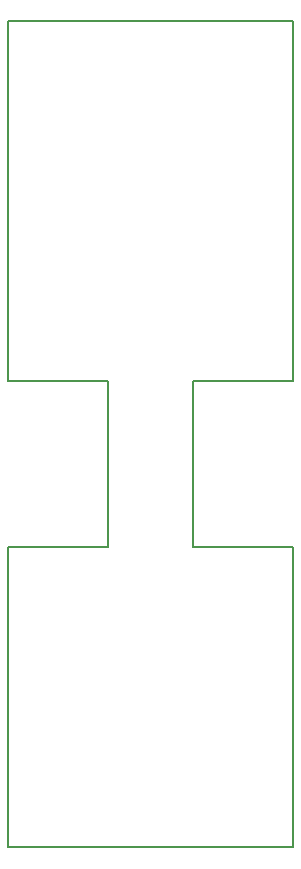
<source format=gbr>
%TF.GenerationSoftware,KiCad,Pcbnew,(7.0.0)*%
%TF.CreationDate,2023-07-04T16:48:58+02:00*%
%TF.ProjectId,attiny85_remote,61747469-6e79-4383-955f-72656d6f7465,rev?*%
%TF.SameCoordinates,Original*%
%TF.FileFunction,Profile,NP*%
%FSLAX46Y46*%
G04 Gerber Fmt 4.6, Leading zero omitted, Abs format (unit mm)*
G04 Created by KiCad (PCBNEW (7.0.0)) date 2023-07-04 16:48:58*
%MOMM*%
%LPD*%
G01*
G04 APERTURE LIST*
%TA.AperFunction,Profile*%
%ADD10C,0.150000*%
%TD*%
G04 APERTURE END LIST*
D10*
X179025000Y-88950000D02*
X187500000Y-88950000D01*
X179025000Y-114425000D02*
X179025000Y-88950000D01*
X203175000Y-88950000D02*
X203175000Y-114425000D01*
X203175000Y-46425000D02*
X203175000Y-44450000D01*
X179025000Y-44450000D02*
X179025000Y-46425000D01*
X203175000Y-74950000D02*
X203175000Y-46425000D01*
X187500000Y-74950000D02*
X179025000Y-74950000D01*
X194650000Y-74950000D02*
X203175000Y-74950000D01*
X194650000Y-88950000D02*
X194650000Y-74950000D01*
X187500000Y-88950000D02*
X187500000Y-74950000D01*
X203175000Y-44450000D02*
X179025000Y-44450000D01*
X203175000Y-114425000D02*
X179025000Y-114425000D01*
X179025000Y-74950000D02*
X179025000Y-46425000D01*
X194650000Y-88950000D02*
X203175000Y-88950000D01*
M02*

</source>
